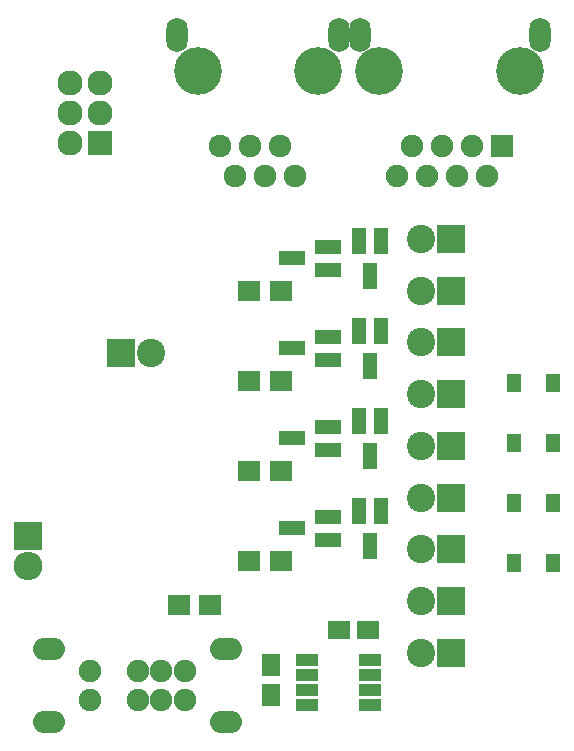
<source format=gbs>
G04 #@! TF.FileFunction,Soldermask,Bot*
%FSLAX46Y46*%
G04 Gerber Fmt 4.6, Leading zero omitted, Abs format (unit mm)*
G04 Created by KiCad (PCBNEW 4.0.2+dfsg1-stable) date Sat 24 Feb 2018 03:40:28 PM MST*
%MOMM*%
G01*
G04 APERTURE LIST*
%ADD10C,0.100000*%
%ADD11R,1.650000X1.900000*%
%ADD12R,1.950000X1.000000*%
%ADD13R,2.127200X2.127200*%
%ADD14O,2.127200X2.127200*%
%ADD15R,1.900000X1.650000*%
%ADD16R,1.310000X1.620000*%
%ADD17R,2.432000X2.432000*%
%ADD18O,2.432000X2.432000*%
%ADD19R,2.400000X2.400000*%
%ADD20C,2.400000*%
%ADD21R,2.200860X1.200100*%
%ADD22R,1.200100X2.200860*%
%ADD23R,1.900000X1.700000*%
%ADD24O,2.700000X1.900000*%
%ADD25C,1.900000*%
%ADD26O,1.797000X2.940000*%
%ADD27C,4.049980*%
%ADD28R,1.901140X1.901140*%
%ADD29C,1.901140*%
%ADD30C,1.924000*%
G04 APERTURE END LIST*
D10*
D11*
X134620000Y-118841200D03*
X134620000Y-121341200D03*
D12*
X143035000Y-118440200D03*
X143035000Y-119710200D03*
X143035000Y-120980200D03*
X143035000Y-122250200D03*
X137635000Y-122250200D03*
X137635000Y-120980200D03*
X137635000Y-119710200D03*
X137635000Y-118440200D03*
D13*
X120142000Y-74625200D03*
D14*
X117602000Y-74625200D03*
X120142000Y-72085200D03*
X117602000Y-72085200D03*
X120142000Y-69545200D03*
X117602000Y-69545200D03*
D15*
X142855000Y-115900200D03*
X140355000Y-115900200D03*
D16*
X155210000Y-94945200D03*
X158480000Y-94945200D03*
X155210000Y-100025200D03*
X158480000Y-100025200D03*
X155210000Y-105105200D03*
X158480000Y-105105200D03*
X155210000Y-110185200D03*
X158480000Y-110185200D03*
D17*
X114046000Y-107899200D03*
D18*
X114046000Y-110439200D03*
D19*
X149860000Y-82753200D03*
D20*
X147320000Y-82753200D03*
D19*
X149860000Y-87134700D03*
D20*
X147320000Y-87134700D03*
D19*
X149860000Y-91516200D03*
D20*
X147320000Y-91516200D03*
D19*
X149860000Y-95897700D03*
D20*
X147320000Y-95897700D03*
D19*
X149860000Y-100279200D03*
D20*
X147320000Y-100279200D03*
D19*
X149860000Y-104660700D03*
D20*
X147320000Y-104660700D03*
D19*
X149860000Y-109042200D03*
D20*
X147320000Y-109042200D03*
D19*
X149860000Y-113423700D03*
D20*
X147320000Y-113423700D03*
D19*
X149860000Y-117805200D03*
D20*
X147320000Y-117805200D03*
D19*
X121920000Y-92405200D03*
D20*
X124460000Y-92405200D03*
D21*
X139423140Y-83454200D03*
X139423140Y-85354200D03*
X136420860Y-84404200D03*
X139423140Y-91074200D03*
X139423140Y-92974200D03*
X136420860Y-92024200D03*
X139423140Y-98694200D03*
X139423140Y-100594200D03*
X136420860Y-99644200D03*
X139423140Y-106314200D03*
X139423140Y-108214200D03*
X136420860Y-107264200D03*
D22*
X142052000Y-82903060D03*
X143952000Y-82903060D03*
X143002000Y-85905340D03*
X142052000Y-90523060D03*
X143952000Y-90523060D03*
X143002000Y-93525340D03*
X142052000Y-98143060D03*
X143952000Y-98143060D03*
X143002000Y-101145340D03*
X142052000Y-105763060D03*
X143952000Y-105763060D03*
X143002000Y-108765340D03*
D23*
X132762000Y-87198200D03*
X135462000Y-87198200D03*
X132762000Y-94818200D03*
X135462000Y-94818200D03*
X132762000Y-102438200D03*
X135462000Y-102438200D03*
X132762000Y-110058200D03*
X135462000Y-110058200D03*
X129493000Y-113741200D03*
X126793000Y-113741200D03*
D24*
X115817000Y-123648400D03*
X130817000Y-123648400D03*
X130817000Y-117448400D03*
D25*
X123317000Y-119298400D03*
X123317000Y-121798400D03*
X125317000Y-119298400D03*
X125317000Y-121798400D03*
X127317000Y-121798400D03*
X127317000Y-119298400D03*
X119317000Y-119298400D03*
X119317000Y-121798400D03*
D24*
X115817000Y-117448400D03*
D26*
X157353000Y-65532000D03*
D27*
X143794480Y-68580000D03*
X155663900Y-68580000D03*
D28*
X154178000Y-74930000D03*
D29*
X152908000Y-77470000D03*
X151638000Y-74930000D03*
X150368000Y-77470000D03*
X149098000Y-74930000D03*
X147828000Y-77470000D03*
X146558000Y-74930000D03*
X145288000Y-77470000D03*
D26*
X142113000Y-65532000D03*
D30*
X132858000Y-74930000D03*
X135398000Y-74930000D03*
X130318000Y-74930000D03*
X136668000Y-77470000D03*
X134128000Y-77470000D03*
X131588000Y-77470000D03*
D26*
X126619000Y-65532000D03*
X140335000Y-65532000D03*
D27*
X128397000Y-68580000D03*
X138557000Y-68580000D03*
M02*

</source>
